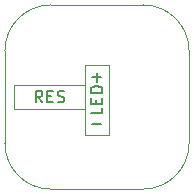
<source format=gbr>
%TF.GenerationSoftware,KiCad,Pcbnew,4.0.5-e0-6337~49~ubuntu16.04.1*%
%TF.CreationDate,2017-01-18T12:57:16-08:00*%
%TF.ProjectId,2x2-LED-SMT-LIMITED,3278322D4C45442D534D542D4C494D49,1.0*%
%TF.FileFunction,Other,Fab,Top*%
%FSLAX46Y46*%
G04 Gerber Fmt 4.6, Leading zero omitted, Abs format (unit mm)*
G04 Created by KiCad (PCBNEW 4.0.5-e0-6337~49~ubuntu16.04.1) date Wed Jan 18 12:57:16 2017*
%MOMM*%
%LPD*%
G01*
G04 APERTURE LIST*
%ADD10C,0.350000*%
%ADD11C,0.040640*%
%ADD12C,0.150000*%
G04 APERTURE END LIST*
D10*
D11*
X137240000Y-95866000D02*
X137240000Y-96866000D01*
X139240000Y-95866000D02*
X137240000Y-95866000D01*
X139240000Y-101866000D02*
X139240000Y-95866000D01*
X137240000Y-101866000D02*
X139240000Y-101866000D01*
X137240000Y-96866000D02*
X137240000Y-101866000D01*
X137240000Y-99616000D02*
X131240000Y-99616000D01*
X137240000Y-97616000D02*
X137240000Y-99616000D01*
X131240000Y-97616000D02*
X137240000Y-97616000D01*
X131240000Y-99616000D02*
X131240000Y-97616000D01*
X142140000Y-90816000D02*
X134340000Y-90816000D01*
X142140000Y-106416000D02*
X134340000Y-106416000D01*
X146040000Y-102516000D02*
X146040000Y-94716000D01*
X130440000Y-102516000D02*
X130440000Y-94716000D01*
X146040000Y-94716000D02*
G75*
G03X142140000Y-90816000I-3900000J0D01*
G01*
X142140000Y-106416000D02*
G75*
G03X146040000Y-102516000I0J3900000D01*
G01*
X130440000Y-102516000D02*
G75*
G03X134340000Y-106416000I3900000J0D01*
G01*
X134340000Y-90816000D02*
G75*
G03X130440000Y-94716000I0J-3900000D01*
G01*
D12*
X137859048Y-100937429D02*
X138620953Y-100937429D01*
X137859048Y-96937429D02*
X138620953Y-96937429D01*
X138240001Y-97318381D02*
X138240001Y-96556476D01*
X138692381Y-99508857D02*
X138692381Y-99985048D01*
X137692381Y-99985048D01*
X138168571Y-99175524D02*
X138168571Y-98842190D01*
X138692381Y-98699333D02*
X138692381Y-99175524D01*
X137692381Y-99175524D01*
X137692381Y-98699333D01*
X138692381Y-98270762D02*
X137692381Y-98270762D01*
X137692381Y-98032667D01*
X137740000Y-97889809D01*
X137835238Y-97794571D01*
X137930476Y-97746952D01*
X138120952Y-97699333D01*
X138263810Y-97699333D01*
X138454286Y-97746952D01*
X138549524Y-97794571D01*
X138644762Y-97889809D01*
X138692381Y-98032667D01*
X138692381Y-98270762D01*
X133620953Y-99068381D02*
X133287619Y-98592190D01*
X133049524Y-99068381D02*
X133049524Y-98068381D01*
X133430477Y-98068381D01*
X133525715Y-98116000D01*
X133573334Y-98163619D01*
X133620953Y-98258857D01*
X133620953Y-98401714D01*
X133573334Y-98496952D01*
X133525715Y-98544571D01*
X133430477Y-98592190D01*
X133049524Y-98592190D01*
X134049524Y-98544571D02*
X134382858Y-98544571D01*
X134525715Y-99068381D02*
X134049524Y-99068381D01*
X134049524Y-98068381D01*
X134525715Y-98068381D01*
X134906667Y-99020762D02*
X135049524Y-99068381D01*
X135287620Y-99068381D01*
X135382858Y-99020762D01*
X135430477Y-98973143D01*
X135478096Y-98877905D01*
X135478096Y-98782667D01*
X135430477Y-98687429D01*
X135382858Y-98639810D01*
X135287620Y-98592190D01*
X135097143Y-98544571D01*
X135001905Y-98496952D01*
X134954286Y-98449333D01*
X134906667Y-98354095D01*
X134906667Y-98258857D01*
X134954286Y-98163619D01*
X135001905Y-98116000D01*
X135097143Y-98068381D01*
X135335239Y-98068381D01*
X135478096Y-98116000D01*
M02*

</source>
